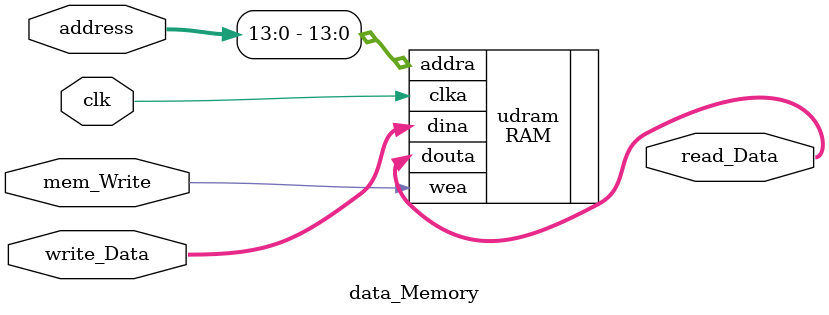
<source format=v>
`timescale 1ns / 1ps

module data_Memory(
    input wire clk,
//    input wire rst,
//    input mem_Read,
    input mem_Write,
    input [31:0] address,
    input [31:0] write_Data,
    output[31:0] read_Data
);
RAM udram(
    .clka(clk),
    .wea(mem_Write),
    .addra(address[13:0]),
    .dina(write_Data),
    .douta(read_Data)
);

endmodule
</source>
